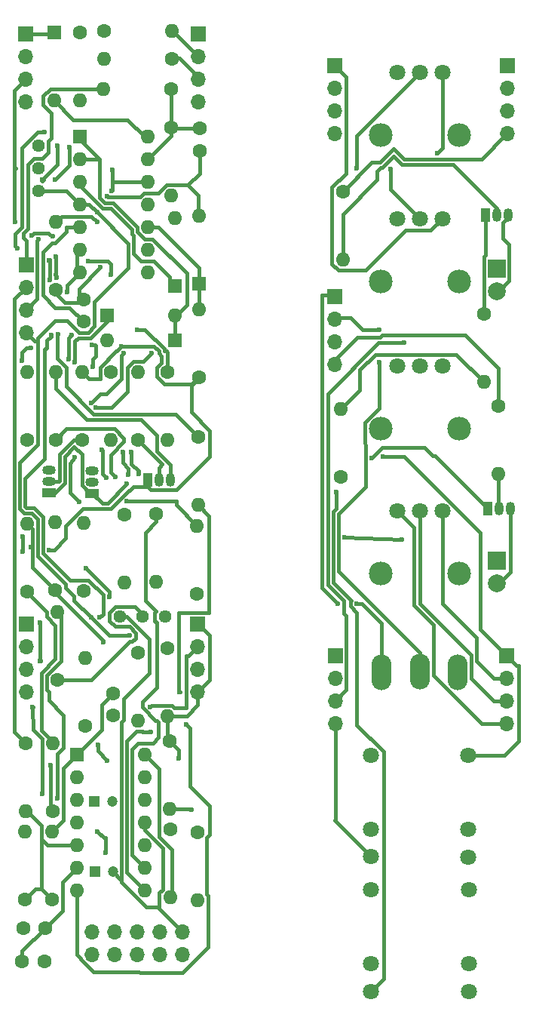
<source format=gbr>
%TF.GenerationSoftware,KiCad,Pcbnew,7.0.11-7.0.11~ubuntu22.04.1*%
%TF.CreationDate,2024-09-22T23:22:13-04:00*%
%TF.ProjectId,ad-vca,61642d76-6361-42e6-9b69-6361645f7063,rev?*%
%TF.SameCoordinates,Original*%
%TF.FileFunction,Copper,L1,Top*%
%TF.FilePolarity,Positive*%
%FSLAX46Y46*%
G04 Gerber Fmt 4.6, Leading zero omitted, Abs format (unit mm)*
G04 Created by KiCad (PCBNEW 7.0.11-7.0.11~ubuntu22.04.1) date 2024-09-22 23:22:13*
%MOMM*%
%LPD*%
G01*
G04 APERTURE LIST*
%TA.AperFunction,ComponentPad*%
%ADD10C,1.600000*%
%TD*%
%TA.AperFunction,ComponentPad*%
%ADD11C,1.200000*%
%TD*%
%TA.AperFunction,ComponentPad*%
%ADD12R,1.200000X1.200000*%
%TD*%
%TA.AperFunction,ComponentPad*%
%ADD13C,2.667000*%
%TD*%
%TA.AperFunction,ComponentPad*%
%ADD14C,1.803400*%
%TD*%
%TA.AperFunction,ComponentPad*%
%ADD15O,1.600000X1.600000*%
%TD*%
%TA.AperFunction,ComponentPad*%
%ADD16O,1.700000X1.700000*%
%TD*%
%TA.AperFunction,ComponentPad*%
%ADD17R,1.700000X1.700000*%
%TD*%
%TA.AperFunction,ComponentPad*%
%ADD18R,1.600000X1.600000*%
%TD*%
%TA.AperFunction,ComponentPad*%
%ADD19C,1.800000*%
%TD*%
%TA.AperFunction,ComponentPad*%
%ADD20O,1.050000X1.500000*%
%TD*%
%TA.AperFunction,ComponentPad*%
%ADD21R,1.050000X1.500000*%
%TD*%
%TA.AperFunction,ComponentPad*%
%ADD22R,1.500000X1.050000*%
%TD*%
%TA.AperFunction,ComponentPad*%
%ADD23O,1.500000X1.050000*%
%TD*%
%TA.AperFunction,ComponentPad*%
%ADD24O,2.250000X4.000000*%
%TD*%
%TA.AperFunction,ComponentPad*%
%ADD25C,2.000000*%
%TD*%
%TA.AperFunction,ComponentPad*%
%ADD26R,2.000000X2.000000*%
%TD*%
%TA.AperFunction,ComponentPad*%
%ADD27C,1.440000*%
%TD*%
%TA.AperFunction,ViaPad*%
%ADD28C,0.600000*%
%TD*%
%TA.AperFunction,Conductor*%
%ADD29C,0.400000*%
%TD*%
G04 APERTURE END LIST*
D10*
%TO.P,C2,1*%
%TO.N,/Circuit Panel/Attack 2*%
X102738000Y-71268000D03*
%TO.P,C2,2*%
%TO.N,GND*%
X102738000Y-68768000D03*
%TD*%
%TO.P,C1,1*%
%TO.N,Net-(U1D--)*%
X115760000Y-49560000D03*
%TO.P,C1,2*%
%TO.N,Net-(D1-A)*%
X115760000Y-52060000D03*
%TD*%
%TO.P,C5,1*%
%TO.N,+12V*%
X95950000Y-139261472D03*
%TO.P,C5,2*%
%TO.N,GND*%
X98450000Y-139261472D03*
%TD*%
%TO.P,C4,1*%
%TO.N,-12V*%
X98350000Y-143011472D03*
%TO.P,C4,2*%
%TO.N,GND*%
X95850000Y-143011472D03*
%TD*%
D11*
%TO.P,C7,2*%
%TO.N,GND*%
X105950000Y-125090000D03*
D12*
%TO.P,C7,1*%
%TO.N,+12V*%
X103950000Y-125090000D03*
%TD*%
D11*
%TO.P,C6,2*%
%TO.N,-12V*%
X106020000Y-132981472D03*
D12*
%TO.P,C6,1*%
%TO.N,GND*%
X104020000Y-132981472D03*
%TD*%
D13*
%TO.P,POT4,5*%
%TO.N,N/C*%
X136087637Y-99486557D03*
%TO.P,POT4,4*%
X144876037Y-99486557D03*
D14*
%TO.P,POT4,3,Right*%
%TO.N,/Control Panel/lfo rate 3*%
X137941837Y-92476157D03*
%TO.P,POT4,2,Center*%
%TO.N,/Control Panel/lfo rate 2*%
X140481837Y-92476157D03*
%TO.P,POT4,1,Left*%
%TO.N,/Control Panel/Lfo rate 1*%
X143021837Y-92476157D03*
%TD*%
D10*
%TO.P,R12,1*%
%TO.N,Net-(TRIM2-Center)*%
X99770000Y-111450000D03*
D15*
%TO.P,R12,2*%
%TO.N,Net-(Q2-C)*%
X99770000Y-103830000D03*
%TD*%
D16*
%TO.P,J12,4,Pin_4*%
%TO.N,/Control Panel/Release 2*%
X130958000Y-50160000D03*
%TO.P,J12,3,Pin_3*%
%TO.N,/Control Panel/Release 1*%
X130958000Y-47620000D03*
%TO.P,J12,2,Pin_2*%
%TO.N,/Control Panel/Sustain 2*%
X130958000Y-45080000D03*
D17*
%TO.P,J12,1,Pin_1*%
%TO.N,/Control Panel/Sustain 1*%
X130958000Y-42540000D03*
%TD*%
D10*
%TO.P,R25,1*%
%TO.N,/Circuit Panel/lfo led 1 -*%
X96230000Y-118540000D03*
D15*
%TO.P,R25,2*%
%TO.N,Net-(U2B-+)*%
X96230000Y-126160000D03*
%TD*%
D18*
%TO.P,D4,1,K*%
%TO.N,Net-(D3-A)*%
X112980000Y-73370000D03*
D15*
%TO.P,D4,2,A*%
%TO.N,/Circuit Panel/Release 1*%
X105360000Y-73370000D03*
%TD*%
D19*
%TO.P,J3,3*%
%TO.N,/Control Panel/GND*%
X135000000Y-135014000D03*
%TO.P,J3,2*%
%TO.N,unconnected-(J3-Pad2)*%
X135000000Y-143314000D03*
%TO.P,J3,1*%
%TO.N,/Control Panel/Audio In*%
X135000000Y-146414000D03*
%TD*%
D18*
%TO.P,D5,1,K*%
%TO.N,/Circuit Panel/Sustain 1*%
X99410000Y-38790000D03*
D15*
%TO.P,D5,2,A*%
%TO.N,Net-(D5-A)*%
X99410000Y-46410000D03*
%TD*%
D17*
%TO.P,J10,1,Pin_1*%
%TO.N,/Circuit Panel/Sustain 1*%
X96260000Y-38950000D03*
D16*
%TO.P,J10,2,Pin_2*%
%TO.N,/Circuit Panel/Sustain 2*%
X96260000Y-41490000D03*
%TO.P,J10,3,Pin_3*%
%TO.N,/Circuit Panel/Release 1*%
X96260000Y-44030000D03*
%TO.P,J10,4,Pin_4*%
%TO.N,/Circuit Panel/Attack 2*%
X96260000Y-46570000D03*
%TD*%
D10*
%TO.P,R18,1*%
%TO.N,Net-(Q1-B)*%
X112136000Y-107884000D03*
D15*
%TO.P,R18,2*%
%TO.N,GND*%
X112136000Y-115504000D03*
%TD*%
D19*
%TO.P,J5,3*%
%TO.N,/Control Panel/GND*%
X135000000Y-119894000D03*
%TO.P,J5,2*%
%TO.N,unconnected-(J5-Pad2)*%
X135000000Y-128194000D03*
%TO.P,J5,1*%
%TO.N,/Control Panel/Cv out*%
X135000000Y-131294000D03*
%TD*%
D10*
%TO.P,R13,1*%
%TO.N,GND*%
X112390000Y-118298000D03*
D15*
%TO.P,R13,2*%
%TO.N,Net-(U2D-+)*%
X112390000Y-125918000D03*
%TD*%
D10*
%TO.P,R6,1*%
%TO.N,+12V*%
X99260000Y-126180000D03*
D15*
%TO.P,R6,2*%
%TO.N,Net-(U1C--)*%
X99260000Y-118560000D03*
%TD*%
%TO.P,R26,2*%
%TO.N,Net-(Q3-B)*%
X131846000Y-64284000D03*
D10*
%TO.P,R26,1*%
%TO.N,/Control Panel/led 1 +*%
X131846000Y-56664000D03*
%TD*%
%TO.P,R17,1*%
%TO.N,/Circuit Panel/Audio in*%
X102770000Y-101460000D03*
D15*
%TO.P,R17,2*%
%TO.N,Net-(Q1-B)*%
X102770000Y-93840000D03*
%TD*%
D10*
%TO.P,R24,1*%
%TO.N,/Circuit Panel/lfo led 1 -*%
X112660000Y-41800000D03*
D15*
%TO.P,R24,2*%
%TO.N,GND*%
X105040000Y-41800000D03*
%TD*%
D10*
%TO.P,R3,1*%
%TO.N,Net-(U1B--)*%
X96388000Y-84516000D03*
D15*
%TO.P,R3,2*%
%TO.N,Net-(U2C--)*%
X96388000Y-76896000D03*
%TD*%
D10*
%TO.P,R29,1*%
%TO.N,Net-(U1D--)*%
X112580000Y-45130000D03*
D15*
%TO.P,R29,2*%
%TO.N,/Circuit Panel/lfo switch 1*%
X104960000Y-45130000D03*
%TD*%
D10*
%TO.P,R19,1*%
%TO.N,Net-(U2A--)*%
X102910000Y-116570000D03*
D15*
%TO.P,R19,2*%
%TO.N,/Circuit Panel/lfo pot 2*%
X102910000Y-108950000D03*
%TD*%
D13*
%TO.P,POT1,5*%
%TO.N,N/C*%
X136087637Y-50312157D03*
%TO.P,POT1,4*%
X144876037Y-50312157D03*
D14*
%TO.P,POT1,3,Right*%
%TO.N,unconnected-(POT1A-Right-Pad3)*%
X137941837Y-43301757D03*
%TO.P,POT1,2,Center*%
%TO.N,/Control Panel/Attack 2*%
X140481837Y-43301757D03*
%TO.P,POT1,1,Left*%
%TO.N,/Control Panel/Attack 1*%
X143021837Y-43301757D03*
%TD*%
D20*
%TO.P,Q4,3,C*%
%TO.N,Net-(D6-A)*%
X150642000Y-92224000D03*
%TO.P,Q4,2,B*%
%TO.N,Net-(Q4-B)*%
X149372000Y-92224000D03*
D21*
%TO.P,Q4,1,E*%
%TO.N,Net-(Q4-E)*%
X148102000Y-92224000D03*
%TD*%
D10*
%TO.P,R4,1*%
%TO.N,Net-(U2C--)*%
X110900000Y-92780000D03*
D15*
%TO.P,R4,2*%
%TO.N,Net-(R33-Pad2)*%
X110900000Y-100400000D03*
%TD*%
D22*
%TO.P,Q2,1,E*%
%TO.N,Net-(Q1-E)*%
X98830000Y-90410000D03*
D23*
%TO.P,Q2,2,B*%
%TO.N,Net-(Q2-B)*%
X98830000Y-89140000D03*
%TO.P,Q2,3,C*%
%TO.N,Net-(Q2-C)*%
X98830000Y-87870000D03*
%TD*%
D15*
%TO.P,R31,2*%
%TO.N,/Control Panel/GND*%
X131592000Y-81048000D03*
D10*
%TO.P,R31,1*%
%TO.N,Net-(Q4-E)*%
X131592000Y-88668000D03*
%TD*%
D17*
%TO.P,J11,1,Pin_1*%
%TO.N,GND*%
X115575000Y-105165000D03*
D16*
%TO.P,J11,2,Pin_2*%
%TO.N,/Circuit Panel/lfo pot 1*%
X115575000Y-107705000D03*
%TO.P,J11,3,Pin_3*%
%TO.N,/Circuit Panel/lfo pot 2*%
X115575000Y-110245000D03*
%TO.P,J11,4,Pin_4*%
%TO.N,GND*%
X115575000Y-112785000D03*
%TD*%
D10*
%TO.P,R14,1*%
%TO.N,Net-(Q5-C)*%
X115490000Y-101821472D03*
D15*
%TO.P,R14,2*%
%TO.N,Net-(Q1-E)*%
X115490000Y-94201472D03*
%TD*%
D16*
%TO.P,J14,4,Pin_4*%
%TO.N,/Control Panel/led 2 +*%
X130988000Y-76070000D03*
%TO.P,J14,3,Pin_3*%
%TO.N,/Control Panel/led 2 -*%
X130988000Y-73530000D03*
%TO.P,J14,2,Pin_2*%
%TO.N,/Control Panel/lfo switch 2*%
X130988000Y-70990000D03*
D17*
%TO.P,J14,1,Pin_1*%
%TO.N,/Control Panel/lfo switch 1*%
X130988000Y-68450000D03*
%TD*%
D15*
%TO.P,R27,2*%
%TO.N,/Control Panel/GND*%
X147680000Y-78010000D03*
D10*
%TO.P,R27,1*%
%TO.N,Net-(Q3-E)*%
X147680000Y-70390000D03*
%TD*%
D15*
%TO.P,R30,2*%
%TO.N,Net-(Q4-B)*%
X149360000Y-88310000D03*
D10*
%TO.P,R30,1*%
%TO.N,/Control Panel/led 2 +*%
X149360000Y-80690000D03*
%TD*%
%TO.P,R22,1*%
%TO.N,Net-(U2B-+)*%
X99182000Y-136078000D03*
D15*
%TO.P,R22,2*%
%TO.N,Net-(C3-Pad1)*%
X99182000Y-128458000D03*
%TD*%
D10*
%TO.P,R8,1*%
%TO.N,/Circuit Panel/Sustain 2*%
X112136000Y-76896000D03*
D15*
%TO.P,R8,2*%
%TO.N,Net-(D2-K)*%
X112136000Y-84516000D03*
%TD*%
D16*
%TO.P,J8,4,Pin_4*%
%TO.N,/Control Panel/Cv out*%
X130998000Y-116370000D03*
%TO.P,J8,3,Pin_3*%
%TO.N,/Control Panel/Attack 2*%
X130998000Y-113830000D03*
%TO.P,J8,2,Pin_2*%
%TO.N,/Control Panel/Attack 1*%
X130998000Y-111290000D03*
D17*
%TO.P,J8,1,Pin_1*%
%TO.N,/Control Panel/Gate In*%
X130998000Y-108750000D03*
%TD*%
D19*
%TO.P,J6,3*%
%TO.N,/Control Panel/GND*%
X145900000Y-119910000D03*
%TO.P,J6,2*%
%TO.N,unconnected-(J6-Pad2)*%
X145900000Y-128210000D03*
%TO.P,J6,1*%
%TO.N,/Control Panel/Gate In*%
X145900000Y-131310000D03*
%TD*%
D18*
%TO.P,U2,1*%
%TO.N,Net-(C3-Pad1)*%
X101976000Y-119822000D03*
D15*
%TO.P,U2,2,-*%
%TO.N,Net-(U2A--)*%
X101976000Y-122362000D03*
%TO.P,U2,3,+*%
%TO.N,Net-(U2A-+)*%
X101976000Y-124902000D03*
%TO.P,U2,4,V+*%
%TO.N,+12V*%
X101976000Y-127442000D03*
%TO.P,U2,5,+*%
%TO.N,Net-(U2B-+)*%
X101976000Y-129982000D03*
%TO.P,U2,6,-*%
%TO.N,GND*%
X101976000Y-132522000D03*
%TO.P,U2,7*%
%TO.N,Net-(R23-Pad2)*%
X101976000Y-135062000D03*
%TO.P,U2,8*%
%TO.N,Net-(R33-Pad2)*%
X109596000Y-135062000D03*
%TO.P,U2,9,-*%
%TO.N,Net-(U2C--)*%
X109596000Y-132522000D03*
%TO.P,U2,10,+*%
%TO.N,GND*%
X109596000Y-129982000D03*
%TO.P,U2,11,V-*%
%TO.N,-12V*%
X109596000Y-127442000D03*
%TO.P,U2,12,+*%
%TO.N,Net-(U2D-+)*%
X109596000Y-124902000D03*
%TO.P,U2,13,-*%
%TO.N,Net-(U2D--)*%
X109596000Y-122362000D03*
%TO.P,U2,14*%
%TO.N,/Circuit Panel/adsr led 2 -*%
X109596000Y-119822000D03*
%TD*%
D18*
%TO.P,D3,1,K*%
%TO.N,/Circuit Panel/Attack 1*%
X105340000Y-70510000D03*
D15*
%TO.P,D3,2,A*%
%TO.N,Net-(D3-A)*%
X112960000Y-70510000D03*
%TD*%
D10*
%TO.P,R21,1*%
%TO.N,GND*%
X99520000Y-101370000D03*
D15*
%TO.P,R21,2*%
%TO.N,Net-(U2A-+)*%
X99520000Y-93750000D03*
%TD*%
D17*
%TO.P,J2,1,Pin_1*%
%TO.N,/Circuit Panel/Gate In*%
X96290000Y-105170000D03*
D16*
%TO.P,J2,2,Pin_2*%
%TO.N,/Circuit Panel/Attack 1*%
X96290000Y-107710000D03*
%TO.P,J2,3,Pin_3*%
%TO.N,/Circuit Panel/Attack 2*%
X96290000Y-110250000D03*
%TO.P,J2,4,Pin_4*%
%TO.N,/Circuit Panel/CV out*%
X96290000Y-112790000D03*
%TD*%
D18*
%TO.P,U1,1*%
%TO.N,Net-(D3-A)*%
X102350000Y-50460000D03*
D15*
%TO.P,U1,2,-*%
X102350000Y-53000000D03*
%TO.P,U1,3,+*%
%TO.N,Net-(D2-K)*%
X102350000Y-55540000D03*
%TO.P,U1,4,V+*%
%TO.N,+12V*%
X102350000Y-58080000D03*
%TO.P,U1,5,+*%
%TO.N,/Circuit Panel/Attack 2*%
X102350000Y-60620000D03*
%TO.P,U1,6,-*%
%TO.N,Net-(U1B--)*%
X102350000Y-63160000D03*
%TO.P,U1,7*%
X102350000Y-65700000D03*
%TO.P,U1,8*%
%TO.N,Net-(D2-A)*%
X109970000Y-65700000D03*
%TO.P,U1,9,-*%
%TO.N,Net-(U1C--)*%
X109970000Y-63160000D03*
%TO.P,U1,10,+*%
%TO.N,Net-(D1-K)*%
X109970000Y-60620000D03*
%TO.P,U1,11,V-*%
%TO.N,-12V*%
X109970000Y-58080000D03*
%TO.P,U1,12,+*%
%TO.N,GND*%
X109970000Y-55540000D03*
%TO.P,U1,13,-*%
%TO.N,Net-(U1D--)*%
X109970000Y-53000000D03*
%TO.P,U1,14*%
%TO.N,Net-(D5-A)*%
X109970000Y-50460000D03*
%TD*%
D10*
%TO.P,R15,1*%
%TO.N,/Circuit Panel/adsr led 2 -*%
X105010000Y-38650000D03*
D15*
%TO.P,R15,2*%
%TO.N,/Circuit Panel/Audio out*%
X112630000Y-38650000D03*
%TD*%
D24*
%TO.P,SW1,3,C*%
%TO.N,unconnected-(SW1-C-Pad3)*%
X144732000Y-110602000D03*
%TO.P,SW1,2,B*%
%TO.N,/Control Panel/lfo switch 2*%
X140482000Y-110512000D03*
%TO.P,SW1,1,A*%
%TO.N,/Control Panel/lfo switch 1*%
X136232000Y-110602000D03*
%TD*%
D10*
%TO.P,R32,1*%
%TO.N,-12V*%
X99580000Y-84500000D03*
D15*
%TO.P,R32,2*%
%TO.N,Net-(Q5-C)*%
X99580000Y-76880000D03*
%TD*%
D18*
%TO.P,D2,1,K*%
%TO.N,Net-(D2-K)*%
X113030000Y-67240000D03*
D15*
%TO.P,D2,2,A*%
%TO.N,Net-(D2-A)*%
X113030000Y-59620000D03*
%TD*%
D25*
%TO.P,D7,2,A*%
%TO.N,Net-(D7-A)*%
X149118000Y-67840000D03*
D26*
%TO.P,D7,1,K*%
%TO.N,/Control Panel/led 1 -*%
X149118000Y-65300000D03*
%TD*%
D22*
%TO.P,Q1,1,E*%
%TO.N,Net-(Q1-E)*%
X103700000Y-90500000D03*
D23*
%TO.P,Q1,2,B*%
%TO.N,Net-(Q1-B)*%
X103700000Y-89230000D03*
%TO.P,Q1,3,C*%
%TO.N,Net-(Q1-C)*%
X103700000Y-87960000D03*
%TD*%
D10*
%TO.P,R5,1*%
%TO.N,/Circuit Panel/CV out*%
X102370000Y-38760000D03*
D15*
%TO.P,R5,2*%
%TO.N,Net-(U1B--)*%
X102370000Y-46380000D03*
%TD*%
D16*
%TO.P,J9,4,Pin_4*%
%TO.N,/Control Panel/led 1 +*%
X150298000Y-50180000D03*
%TO.P,J9,3,Pin_3*%
%TO.N,/Control Panel/led 1 -*%
X150298000Y-47640000D03*
%TO.P,J9,2,Pin_2*%
%TO.N,/Control Panel/Audio Out*%
X150298000Y-45100000D03*
D17*
%TO.P,J9,1,Pin_1*%
%TO.N,/Control Panel/Audio In*%
X150298000Y-42560000D03*
%TD*%
%TO.P,J13,1,Pin_1*%
%TO.N,/Control Panel/GND*%
X150273000Y-108755000D03*
D16*
%TO.P,J13,2,Pin_2*%
%TO.N,/Control Panel/Lfo rate 1*%
X150273000Y-111295000D03*
%TO.P,J13,3,Pin_3*%
%TO.N,/Control Panel/lfo rate 2*%
X150273000Y-113835000D03*
%TO.P,J13,4,Pin_4*%
%TO.N,/Control Panel/lfo rate 3*%
X150273000Y-116375000D03*
%TD*%
D10*
%TO.P,R35,1*%
%TO.N,Net-(Q2-B)*%
X102620000Y-84520000D03*
D15*
%TO.P,R35,2*%
%TO.N,GND*%
X102620000Y-76900000D03*
%TD*%
D10*
%TO.P,R16,1*%
%TO.N,Net-(U2D--)*%
X112480000Y-128190000D03*
D15*
%TO.P,R16,2*%
%TO.N,/Circuit Panel/adsr led 2 -*%
X112480000Y-135810000D03*
%TD*%
D10*
%TO.P,R2,1*%
%TO.N,GND*%
X115670000Y-77480000D03*
D15*
%TO.P,R2,2*%
%TO.N,Net-(D1-K)*%
X115670000Y-69860000D03*
%TD*%
D10*
%TO.P,R9,1*%
%TO.N,Net-(TRIM2-Center)*%
X107290000Y-92860000D03*
D15*
%TO.P,R9,2*%
%TO.N,Net-(Q1-C)*%
X107290000Y-100480000D03*
%TD*%
D19*
%TO.P,J4,3*%
%TO.N,/Control Panel/GND*%
X146000000Y-135014000D03*
%TO.P,J4,2*%
%TO.N,unconnected-(J4-Pad2)*%
X146000000Y-143314000D03*
%TO.P,J4,1*%
%TO.N,/Control Panel/Audio Out*%
X146000000Y-146414000D03*
%TD*%
D20*
%TO.P,Q3,3,C*%
%TO.N,Net-(D7-A)*%
X150388000Y-59310000D03*
%TO.P,Q3,2,B*%
%TO.N,Net-(Q3-B)*%
X149118000Y-59310000D03*
D21*
%TO.P,Q3,1,E*%
%TO.N,Net-(Q3-E)*%
X147848000Y-59310000D03*
%TD*%
D17*
%TO.P,J15,1,Pin_1*%
%TO.N,/Circuit Panel/lfo switch 1*%
X96290000Y-64860000D03*
D16*
%TO.P,J15,2,Pin_2*%
%TO.N,/Circuit Panel/lfo led 1 -*%
X96290000Y-67400000D03*
%TO.P,J15,3,Pin_3*%
%TO.N,/Circuit Panel/adsr led 2 -*%
X96290000Y-69940000D03*
%TO.P,J15,4,Pin_4*%
%TO.N,+12V*%
X96290000Y-72480000D03*
%TD*%
D10*
%TO.P,R23,1*%
%TO.N,/Circuit Panel/lfo led 1 -*%
X115650000Y-84220000D03*
D15*
%TO.P,R23,2*%
%TO.N,Net-(R23-Pad2)*%
X115650000Y-91840000D03*
%TD*%
D10*
%TO.P,R11,1*%
%TO.N,Net-(Q1-C)*%
X108834000Y-108392000D03*
D15*
%TO.P,R11,2*%
%TO.N,Net-(U2D--)*%
X108834000Y-116012000D03*
%TD*%
D10*
%TO.P,R1,1*%
%TO.N,GND*%
X99640000Y-67710000D03*
D15*
%TO.P,R1,2*%
%TO.N,Net-(D1-A)*%
X99640000Y-60090000D03*
%TD*%
D10*
%TO.P,R7,1*%
%TO.N,Net-(U1C--)*%
X96388000Y-101534000D03*
D15*
%TO.P,R7,2*%
%TO.N,GND*%
X96388000Y-93914000D03*
%TD*%
D13*
%TO.P,POT2,5*%
%TO.N,N/C*%
X136087637Y-66720557D03*
%TO.P,POT2,4*%
X144876037Y-66720557D03*
D14*
%TO.P,POT2,3,Right*%
%TO.N,unconnected-(POT2A-Right-Pad3)*%
X137941837Y-59710157D03*
%TO.P,POT2,2,Center*%
%TO.N,/Control Panel/Sustain 2*%
X140481837Y-59710157D03*
%TO.P,POT2,1,Left*%
%TO.N,/Control Panel/Sustain 1*%
X143021837Y-59710157D03*
%TD*%
D15*
%TO.P,R20,2*%
%TO.N,/Circuit Panel/lfo pot 1*%
X96134000Y-128458000D03*
D10*
%TO.P,R20,1*%
%TO.N,Net-(U2B-+)*%
X96134000Y-136078000D03*
%TD*%
D13*
%TO.P,POT3,5*%
%TO.N,N/C*%
X136087637Y-83230557D03*
%TO.P,POT3,4*%
X144876037Y-83230557D03*
D14*
%TO.P,POT3,3,Right*%
%TO.N,unconnected-(POT3A-Right-Pad3)*%
X137941837Y-76220157D03*
%TO.P,POT3,2,Center*%
%TO.N,/Control Panel/Release 2*%
X140481837Y-76220157D03*
%TO.P,POT3,1,Left*%
%TO.N,/Control Panel/Release 1*%
X143021837Y-76220157D03*
%TD*%
D10*
%TO.P,C3,1*%
%TO.N,Net-(C3-Pad1)*%
X106040000Y-112964000D03*
%TO.P,C3,2*%
%TO.N,Net-(U2A--)*%
X106040000Y-115464000D03*
%TD*%
D18*
%TO.P,D1,1,K*%
%TO.N,Net-(D1-K)*%
X115670000Y-67030000D03*
D15*
%TO.P,D1,2,A*%
%TO.N,Net-(D1-A)*%
X115670000Y-59410000D03*
%TD*%
D10*
%TO.P,R34,1*%
%TO.N,Net-(Q5-B)*%
X108834000Y-84516000D03*
D15*
%TO.P,R34,2*%
%TO.N,Net-(TRIM1-Center)*%
X108834000Y-76896000D03*
%TD*%
D21*
%TO.P,Q5,1,E*%
%TO.N,GND*%
X109940000Y-88980000D03*
D20*
%TO.P,Q5,2,B*%
%TO.N,Net-(Q5-B)*%
X111210000Y-88980000D03*
%TO.P,Q5,3,C*%
%TO.N,Net-(Q5-C)*%
X112480000Y-88980000D03*
%TD*%
D10*
%TO.P,R28,1*%
%TO.N,Net-(U1D--)*%
X112600000Y-49480000D03*
D15*
%TO.P,R28,2*%
%TO.N,/Circuit Panel/Gate In*%
X112600000Y-57100000D03*
%TD*%
D10*
%TO.P,R33,1*%
%TO.N,Net-(Q5-B)*%
X105786000Y-76896000D03*
D15*
%TO.P,R33,2*%
%TO.N,Net-(R33-Pad2)*%
X105786000Y-84516000D03*
%TD*%
D25*
%TO.P,D6,2,A*%
%TO.N,Net-(D6-A)*%
X149118000Y-100606000D03*
D26*
%TO.P,D6,1,K*%
%TO.N,/Control Panel/led 2 -*%
X149118000Y-98066000D03*
%TD*%
D10*
%TO.P,R10,1*%
%TO.N,Net-(Q2-C)*%
X115530000Y-128510000D03*
D15*
%TO.P,R10,2*%
%TO.N,Net-(U2D-+)*%
X115530000Y-136130000D03*
%TD*%
D17*
%TO.P,J7,1,Pin_1*%
%TO.N,/Circuit Panel/Audio in*%
X115600000Y-38970000D03*
D16*
%TO.P,J7,2,Pin_2*%
%TO.N,/Circuit Panel/Audio out*%
X115600000Y-41510000D03*
%TO.P,J7,3,Pin_3*%
%TO.N,/Circuit Panel/lfo led 1 -*%
X115600000Y-44050000D03*
%TO.P,J7,4,Pin_4*%
%TO.N,+12V*%
X115600000Y-46590000D03*
%TD*%
%TO.P,J1,1,+12V*%
%TO.N,+12V*%
X103660000Y-139701472D03*
%TO.P,J1,2,+12V*%
X103660000Y-142241472D03*
%TO.P,J1,3,GND*%
%TO.N,GND*%
X106200000Y-139701472D03*
%TO.P,J1,4,GND*%
X106200000Y-142241472D03*
%TO.P,J1,5,GND*%
X108740000Y-139701472D03*
%TO.P,J1,6,GND*%
X108740000Y-142241472D03*
%TO.P,J1,7,GND*%
X111280000Y-139701472D03*
%TO.P,J1,8,GND*%
X111280000Y-142241472D03*
%TO.P,J1,9,-12V*%
%TO.N,-12V*%
X113820000Y-139701472D03*
%TO.P,J1,10,-12V*%
X113820000Y-142241472D03*
%TD*%
D27*
%TO.P,TRIM2,1,Left*%
%TO.N,+12V*%
X111870000Y-104340000D03*
%TO.P,TRIM2,2,Center*%
%TO.N,Net-(TRIM2-Center)*%
X109330000Y-104340000D03*
%TO.P,TRIM2,3,Right*%
%TO.N,-12V*%
X106790000Y-104340000D03*
%TD*%
%TO.P,TRIM1,1,Left*%
%TO.N,+12V*%
X97658000Y-56576000D03*
%TO.P,TRIM1,2,Center*%
%TO.N,Net-(TRIM1-Center)*%
X97658000Y-54036000D03*
%TO.P,TRIM1,3,Right*%
%TO.N,GND*%
X97658000Y-51496000D03*
%TD*%
D28*
%TO.N,Net-(D1-A)*%
X105400000Y-57210000D03*
X104250000Y-60070000D03*
%TO.N,/Circuit Panel/Attack 1*%
X101754040Y-75830765D03*
X101700000Y-86490000D03*
X102230000Y-91470000D03*
%TO.N,/Circuit Panel/Release 1*%
X95080000Y-60070000D03*
X99734092Y-66330000D03*
X99630207Y-63975743D03*
%TO.N,Net-(Q1-E)*%
X107605517Y-89454759D03*
X107620000Y-91418858D03*
%TO.N,Net-(Q1-B)*%
X103040000Y-98950000D03*
X105620000Y-102150523D03*
%TO.N,GND*%
X104640000Y-65160000D03*
X105920000Y-56590000D03*
X105960000Y-54180000D03*
X96800000Y-96540000D03*
X107020000Y-73990000D03*
X113420000Y-120230000D03*
X104970000Y-107170000D03*
X98890000Y-96840000D03*
%TO.N,Net-(Q2-C)*%
X99770000Y-124740000D03*
X105170000Y-130840000D03*
X104300000Y-128441472D03*
%TO.N,/Control Panel/led 2 -*%
X138450000Y-95680000D03*
X132046000Y-95450000D03*
%TO.N,Net-(U1B--)*%
X99550025Y-55329975D03*
X101150000Y-51710000D03*
X101040000Y-75470000D03*
X100925025Y-67924975D03*
X101420000Y-72790000D03*
%TO.N,/Circuit Panel/CV out*%
X95810000Y-75650000D03*
X95882874Y-97080000D03*
X98370000Y-49960000D03*
X98860000Y-64330000D03*
X98960000Y-66530000D03*
X95262000Y-63012000D03*
X95930000Y-95330000D03*
X96854737Y-74225312D03*
%TO.N,Net-(U1C--)*%
X110391176Y-74759655D03*
X104129975Y-80910025D03*
%TO.N,+12V*%
X98990000Y-121050000D03*
X104250000Y-58968137D03*
X103570851Y-104420850D03*
X107891950Y-106460000D03*
%TO.N,/Circuit Panel/Sustain 2*%
X103220000Y-64420000D03*
X99270000Y-61680000D03*
X108790000Y-72120000D03*
X105830000Y-66011182D03*
X96910000Y-61550000D03*
%TO.N,Net-(U2D-+)*%
X114890000Y-126047395D03*
%TO.N,Net-(U2C--)*%
X108914998Y-88320000D03*
X108124975Y-85865025D03*
%TO.N,/Circuit Panel/lfo pot 1*%
X110230000Y-114450000D03*
%TO.N,Net-(U2A-+)*%
X97800000Y-105020000D03*
X96960000Y-114510000D03*
X98130000Y-124190000D03*
X97850000Y-109350000D03*
%TO.N,Net-(R23-Pad2)*%
X114300000Y-116460000D03*
X113500000Y-112830000D03*
%TO.N,/Circuit Panel/Attack 2*%
X103690000Y-73880000D03*
X104790000Y-85640000D03*
X103773438Y-76300345D03*
X105300000Y-88790000D03*
%TO.N,-12V*%
X103564288Y-80344338D03*
X106307368Y-88659265D03*
X107251711Y-74755711D03*
%TO.N,Net-(R33-Pad2)*%
X110285743Y-117247265D03*
X107130000Y-85860000D03*
X107780000Y-88454579D03*
%TO.N,/Control Panel/Audio In*%
X131092000Y-90330000D03*
%TO.N,/Control Panel/Attack 1*%
X142500000Y-52310000D03*
%TO.N,/Control Panel/Attack 2*%
X138740000Y-73580000D03*
X133360000Y-54060000D03*
%TO.N,/Control Panel/Sustain 2*%
X137180000Y-54160000D03*
%TO.N,/Circuit Panel/lfo led 1 -*%
X99904904Y-72669824D03*
%TO.N,Net-(Q4-E)*%
X135086359Y-86533412D03*
%TO.N,/Circuit Panel/adsr led 2 -*%
X104320000Y-118720000D03*
X105399143Y-120469286D03*
X97654480Y-62017858D03*
X99110000Y-72760000D03*
X98110000Y-55320000D03*
X99810000Y-51510000D03*
X104560801Y-104420850D03*
%TO.N,/Control Panel/GND*%
X136380000Y-86350000D03*
%TO.N,/Control Panel/lfo switch 1*%
X131300000Y-102880000D03*
X133410000Y-102880000D03*
%TO.N,/Control Panel/lfo switch 2*%
X135920000Y-72130000D03*
X135940137Y-75801642D03*
%TD*%
D29*
%TO.N,/Control Panel/GND*%
X136380000Y-86350000D02*
X138736562Y-86350000D01*
X138736562Y-86350000D02*
X147280000Y-94893438D01*
X147280000Y-94893438D02*
X147280000Y-105762000D01*
X147280000Y-105762000D02*
X151326116Y-109808116D01*
%TO.N,GND*%
X107895467Y-90154759D02*
X108305517Y-89744709D01*
X98890000Y-96840000D02*
X99410000Y-96840000D01*
X105780000Y-92240000D02*
X107865241Y-90154759D01*
X107865241Y-90154759D02*
X107895467Y-90154759D01*
X102672943Y-92240000D02*
X105780000Y-92240000D01*
X108305517Y-89744709D02*
X109940000Y-89744709D01*
X100720000Y-94192943D02*
X102672943Y-92240000D01*
X100720000Y-95530000D02*
X100720000Y-94192943D01*
X99410000Y-96840000D02*
X100720000Y-95530000D01*
X109940000Y-89744709D02*
X109940000Y-88980000D01*
%TO.N,Net-(D3-A)*%
X102350000Y-53000000D02*
X104496000Y-53000000D01*
X104496000Y-53000000D02*
X104516000Y-53020000D01*
%TO.N,Net-(D1-A)*%
X114450000Y-55900000D02*
X115760000Y-54590000D01*
X115760000Y-54590000D02*
X115760000Y-52060000D01*
X105400000Y-57210000D02*
X105480000Y-57290000D01*
X105480000Y-57290000D02*
X109062943Y-57290000D01*
X109062943Y-57290000D02*
X109482943Y-56870000D01*
X109482943Y-56870000D02*
X111132943Y-56870000D01*
X111132943Y-56870000D02*
X112102943Y-55900000D01*
X112102943Y-55900000D02*
X114450000Y-55900000D01*
X114450000Y-55900000D02*
X115620000Y-57070000D01*
%TO.N,/Circuit Panel/lfo pot 1*%
X110230000Y-114450000D02*
X110376000Y-114304000D01*
X110376000Y-114304000D02*
X112633057Y-114304000D01*
X112633057Y-114304000D02*
X112909057Y-114580000D01*
X114290000Y-114580000D02*
X114290000Y-108750000D01*
X112909057Y-114580000D02*
X114290000Y-114580000D01*
X114290000Y-108750000D02*
X114530000Y-108750000D01*
X114530000Y-108750000D02*
X115575000Y-107705000D01*
%TO.N,GND*%
X112136000Y-115504000D02*
X114310000Y-115504000D01*
X115575000Y-114239000D02*
X115575000Y-112785000D01*
X114310000Y-115504000D02*
X115575000Y-114239000D01*
X115575000Y-112785000D02*
X116900000Y-111460000D01*
X116900000Y-111460000D02*
X116900000Y-106490000D01*
X116900000Y-106490000D02*
X115575000Y-105165000D01*
%TO.N,/Control Panel/Lfo rate 1*%
X143021837Y-92476157D02*
X143021837Y-102891837D01*
X143021837Y-102891837D02*
X146857000Y-106727000D01*
X146857000Y-106727000D02*
X146857000Y-109323000D01*
X146857000Y-109323000D02*
X148829000Y-111295000D01*
X148829000Y-111295000D02*
X150273000Y-111295000D01*
%TO.N,/Control Panel/GND*%
X151598000Y-109808116D02*
X151598000Y-118271767D01*
X151598000Y-118271767D02*
X149959767Y-119910000D01*
X149959767Y-119910000D02*
X145900000Y-119910000D01*
%TO.N,/Control Panel/lfo rate 2*%
X140481837Y-92476157D02*
X140481837Y-102891837D01*
X146257000Y-111263000D02*
X148829000Y-113835000D01*
X140481837Y-102891837D02*
X146257000Y-108667000D01*
X146257000Y-108667000D02*
X146257000Y-111263000D01*
X148829000Y-113835000D02*
X150273000Y-113835000D01*
%TO.N,/Control Panel/lfo rate 3*%
X137941837Y-92476157D02*
X139830000Y-94364320D01*
X139830000Y-94364320D02*
X139830000Y-103088528D01*
X142007000Y-105265528D02*
X142007000Y-110908676D01*
X139830000Y-103088528D02*
X142007000Y-105265528D01*
X150273000Y-116375000D02*
X150278000Y-116380000D01*
X142007000Y-110908676D02*
X147473324Y-116375000D01*
X147473324Y-116375000D02*
X150273000Y-116375000D01*
%TO.N,Net-(Q1-E)*%
X115490000Y-94201472D02*
X113128858Y-91840330D01*
X113128858Y-91840330D02*
X113128858Y-91408858D01*
%TO.N,Net-(R23-Pad2)*%
X113382736Y-103877264D02*
X116804208Y-103877264D01*
X116804208Y-103877264D02*
X116840000Y-103841472D01*
X116840000Y-103841472D02*
X116840000Y-100111472D01*
%TO.N,GND*%
X95850000Y-143011472D02*
X95850000Y-141861472D01*
X95850000Y-141861472D02*
X98450000Y-139261472D01*
X98450000Y-139261472D02*
X100382000Y-137329472D01*
X100382000Y-137329472D02*
X100382000Y-134116000D01*
X100382000Y-134116000D02*
X101976000Y-132522000D01*
%TO.N,-12V*%
X107000000Y-116201057D02*
X107000000Y-133881472D01*
X107000000Y-133881472D02*
X107000000Y-134163057D01*
X106920000Y-133881472D02*
X107000000Y-133881472D01*
X106020000Y-132981472D02*
X106920000Y-133881472D01*
%TO.N,Net-(Q2-C)*%
X105170000Y-129311472D02*
X104300000Y-128441472D01*
X105170000Y-130840000D02*
X105170000Y-129311472D01*
X104300000Y-128441472D02*
X105038528Y-129180000D01*
X105038528Y-129180000D02*
X105170000Y-129180000D01*
%TO.N,Net-(R23-Pad2)*%
X108960000Y-144180000D02*
X103830761Y-144180000D01*
X109080000Y-144300000D02*
X108960000Y-144180000D01*
X113830000Y-144300000D02*
X109080000Y-144300000D01*
X116730000Y-135632943D02*
X116730000Y-141400000D01*
X116730000Y-141400000D02*
X113830000Y-144300000D01*
X116590000Y-129147057D02*
X116590000Y-135492943D01*
X103830761Y-144180000D02*
X102410000Y-142759239D01*
X116900000Y-128837057D02*
X116590000Y-129147057D01*
X116900000Y-125559999D02*
X116900000Y-128837057D01*
X116590000Y-135492943D02*
X116730000Y-135632943D01*
X114690000Y-123350000D02*
X116900000Y-125559999D01*
X114690000Y-116850000D02*
X114690000Y-123350000D01*
X114300000Y-116460000D02*
X114690000Y-116850000D01*
X102410000Y-142759239D02*
X102410000Y-142671472D01*
X102410000Y-142671472D02*
X101976000Y-142237472D01*
X101976000Y-142237472D02*
X101976000Y-135062000D01*
%TO.N,-12V*%
X111240000Y-136950000D02*
X111240000Y-136631472D01*
X111240000Y-136631472D02*
X111240000Y-135352943D01*
X113820000Y-139701472D02*
X111240000Y-137121472D01*
X111240000Y-137121472D02*
X111240000Y-136631472D01*
%TO.N,Net-(D1-K)*%
X115670000Y-67030000D02*
X115670000Y-69790000D01*
X115670000Y-65188630D02*
X115670000Y-67030000D01*
X111101370Y-60620000D02*
X115670000Y-65188630D01*
X109970000Y-60620000D02*
X111101370Y-60620000D01*
X115670000Y-69790000D02*
X115760000Y-69880000D01*
%TO.N,Net-(D1-A)*%
X100300000Y-59420000D02*
X99450000Y-60270000D01*
X115620000Y-59360000D02*
X115670000Y-59410000D01*
X104250000Y-60070000D02*
X103600000Y-59420000D01*
X105400000Y-57210000D02*
X105390000Y-57210000D01*
X115620000Y-57070000D02*
X115620000Y-59360000D01*
X105390000Y-57210000D02*
X105440000Y-57260000D01*
X103600000Y-59420000D02*
X100300000Y-59420000D01*
%TO.N,Net-(D2-K)*%
X101976000Y-55624478D02*
X104861522Y-58510000D01*
X108360000Y-61555585D02*
X108360000Y-63641057D01*
X104861522Y-58510000D02*
X105779472Y-58510000D01*
X110590000Y-64450000D02*
X112390000Y-66250000D01*
X108170000Y-60900528D02*
X108170000Y-61365585D01*
X105779472Y-58510000D02*
X108170000Y-60900528D01*
X108360000Y-63641057D02*
X109168943Y-64450000D01*
X108170000Y-61365585D02*
X108360000Y-61555585D01*
X109168943Y-64450000D02*
X110590000Y-64450000D01*
X112390000Y-66250000D02*
X112390000Y-67244000D01*
X101976000Y-55560000D02*
X101976000Y-55624478D01*
%TO.N,/Circuit Panel/Attack 1*%
X101754040Y-73445910D02*
X102120000Y-73079950D01*
X101754040Y-75830765D02*
X101754040Y-73445910D01*
X102120000Y-73068000D02*
X103483585Y-73068000D01*
X101230000Y-90470000D02*
X101230000Y-87140000D01*
X103483585Y-73068000D02*
X105340000Y-71211585D01*
X102120000Y-73079950D02*
X102120000Y-73068000D01*
X105340000Y-71211585D02*
X105340000Y-70510000D01*
X102230000Y-91470000D02*
X101230000Y-90470000D01*
X101230000Y-87140000D02*
X101700000Y-86490000D01*
%TO.N,Net-(D3-A)*%
X108770000Y-60652000D02*
X106028000Y-57910000D01*
X104516000Y-57315950D02*
X104516000Y-53020000D01*
X112960000Y-70510000D02*
X112960000Y-73350000D01*
X110467057Y-61960000D02*
X109612943Y-61960000D01*
X112980000Y-70718000D02*
X114310000Y-69388000D01*
X105110050Y-57910000D02*
X104516000Y-57315950D01*
X114310000Y-65802943D02*
X110467057Y-61960000D01*
X112960000Y-73350000D02*
X112980000Y-73370000D01*
X104516000Y-53020000D02*
X101976000Y-50480000D01*
X109612943Y-61960000D02*
X108770000Y-61117057D01*
X114310000Y-69388000D02*
X114310000Y-65802943D01*
X106028000Y-57910000D02*
X105110050Y-57910000D01*
X108770000Y-61117057D02*
X108770000Y-60652000D01*
%TO.N,/Circuit Panel/Release 1*%
X95080000Y-60070000D02*
X94980000Y-59970000D01*
X99560000Y-66000000D02*
X99560000Y-65900000D01*
X96260000Y-44030000D02*
X94980000Y-45310000D01*
X94980000Y-53940000D02*
X95100000Y-54060000D01*
X94980000Y-51310000D02*
X94980000Y-53940000D01*
X99630207Y-65829793D02*
X99630207Y-63975743D01*
X99734092Y-66174092D02*
X99560000Y-66000000D01*
X99560000Y-65900000D02*
X99630207Y-65829793D01*
X94980000Y-45310000D02*
X94980000Y-51310000D01*
X95080000Y-59980000D02*
X94980000Y-59880000D01*
X99734092Y-66330000D02*
X99734092Y-66174092D01*
X94980000Y-59970000D02*
X94980000Y-53940000D01*
X95080000Y-60070000D02*
X95080000Y-59980000D01*
%TO.N,/Circuit Panel/Sustain 1*%
X99250000Y-38950000D02*
X99410000Y-38790000D01*
X96260000Y-38950000D02*
X99250000Y-38950000D01*
%TO.N,Net-(D5-A)*%
X107696000Y-48580000D02*
X101580000Y-48580000D01*
X109596000Y-50480000D02*
X107696000Y-48580000D01*
X101580000Y-48580000D02*
X99410000Y-46410000D01*
%TO.N,Net-(Q1-E)*%
X104840000Y-91640000D02*
X103700000Y-90500000D01*
X101689264Y-85299264D02*
X100630000Y-86358528D01*
X105420276Y-91640000D02*
X104840000Y-91640000D01*
X100630000Y-86358528D02*
X100630000Y-89338528D01*
X100630000Y-89338528D02*
X99558528Y-90410000D01*
X102550000Y-89613148D02*
X102550000Y-86160000D01*
X103436852Y-90500000D02*
X102550000Y-89613148D01*
X103700000Y-90500000D02*
X103436852Y-90500000D01*
X99558528Y-90410000D02*
X98830000Y-90410000D01*
X107630000Y-91408858D02*
X113128858Y-91408858D01*
X102550000Y-86160000D02*
X101689264Y-85299264D01*
X107605517Y-89454759D02*
X105420276Y-91640000D01*
%TO.N,Net-(Q1-B)*%
X105620000Y-102150523D02*
X105620000Y-101530000D01*
X105620000Y-101530000D02*
X103040000Y-98950000D01*
%TO.N,GND*%
X104586000Y-76398943D02*
X104586000Y-77620000D01*
X113420000Y-119328000D02*
X112390000Y-118298000D01*
X105960000Y-55420000D02*
X105960000Y-56530000D01*
X100670000Y-69110000D02*
X99450000Y-67890000D01*
X111180000Y-74818528D02*
X111490000Y-75128528D01*
X109940000Y-89770000D02*
X109940000Y-88980000D01*
X116900000Y-83472942D02*
X116900000Y-83632943D01*
X113193148Y-90130000D02*
X110300000Y-90130000D01*
X116900000Y-86423148D02*
X113193148Y-90130000D01*
X102230000Y-68260000D02*
X102738000Y-68768000D01*
X99690000Y-101534000D02*
X96988000Y-98832000D01*
X114830000Y-78430000D02*
X114830000Y-81402942D01*
X104586000Y-77620000D02*
X103340000Y-77620000D01*
X110936000Y-76398943D02*
X110936000Y-77393057D01*
X102230000Y-67570000D02*
X102230000Y-68260000D01*
X110300000Y-90130000D02*
X109940000Y-89770000D01*
X109970000Y-55540000D02*
X106080000Y-55540000D01*
X96988000Y-98832000D02*
X96988000Y-94514000D01*
X105960000Y-54180000D02*
X105960000Y-55420000D01*
X106414943Y-74570000D02*
X104586000Y-76398943D01*
X105960000Y-56530000D02*
X105920000Y-56570000D01*
X116900000Y-83472942D02*
X116900000Y-86423148D01*
X114870001Y-78279999D02*
X115670000Y-77480000D01*
X107020000Y-73990000D02*
X106440000Y-74570000D01*
X104970000Y-107170000D02*
X104970000Y-107060000D01*
X96988000Y-94514000D02*
X96388000Y-93914000D01*
X104640000Y-65160000D02*
X102230000Y-67570000D01*
X115760000Y-77500000D02*
X114830000Y-78430000D01*
X105920000Y-56570000D02*
X105920000Y-56590000D01*
X111822942Y-78279999D02*
X114870001Y-78279999D01*
X102396000Y-69110000D02*
X100670000Y-69110000D01*
X106440000Y-74570000D02*
X106414943Y-74570000D01*
X110936000Y-77393057D02*
X111822942Y-78279999D01*
X112136000Y-115504000D02*
X112136000Y-118044000D01*
X111180000Y-74558528D02*
X111180000Y-74818528D01*
X106080000Y-55540000D02*
X105960000Y-55420000D01*
X105900000Y-56590000D02*
X105920000Y-56570000D01*
X111490000Y-75844943D02*
X110936000Y-76398943D01*
X105920000Y-56590000D02*
X105900000Y-56590000D01*
X102738000Y-68768000D02*
X102396000Y-69110000D01*
X104970000Y-107060000D02*
X99500000Y-101590000D01*
X110611472Y-73990000D02*
X111180000Y-74558528D01*
X113420000Y-120230000D02*
X113420000Y-119328000D01*
X111490000Y-75128528D02*
X111490000Y-75844943D01*
X107020000Y-73990000D02*
X110611472Y-73990000D01*
X112136000Y-118044000D02*
X112390000Y-118298000D01*
X114830000Y-81402942D02*
X116900000Y-83472942D01*
X103340000Y-77620000D02*
X102620000Y-76900000D01*
%TO.N,Net-(Q2-C)*%
X98570000Y-110940000D02*
X100210000Y-109300000D01*
X98836000Y-113756000D02*
X98836000Y-112810000D01*
X100210000Y-109300000D02*
X100210000Y-104270000D01*
X99770000Y-124740000D02*
X99770000Y-119747057D01*
X98570000Y-112544000D02*
X98570000Y-110940000D01*
X100210000Y-104270000D02*
X99770000Y-103830000D01*
X100480000Y-119037057D02*
X100480000Y-115400000D01*
X99770000Y-119747057D02*
X100480000Y-119037057D01*
X98836000Y-112810000D02*
X98570000Y-112544000D01*
X100480000Y-115400000D02*
X98836000Y-113756000D01*
%TO.N,Net-(Q3-E)*%
X147680000Y-70390000D02*
X147680000Y-63938000D01*
X147848000Y-63770000D02*
X147848000Y-59310000D01*
X147680000Y-63938000D02*
X147848000Y-63770000D01*
%TO.N,Net-(Q3-B)*%
X135670000Y-55340000D02*
X131846000Y-59164000D01*
X135670000Y-54410000D02*
X135670000Y-55340000D01*
X138501472Y-53610000D02*
X137580000Y-52688528D01*
X131846000Y-59164000D02*
X131846000Y-64284000D01*
X149118000Y-59310000D02*
X149118000Y-58505000D01*
X136090000Y-53990000D02*
X135670000Y-54410000D01*
X144223000Y-53610000D02*
X138501472Y-53610000D01*
X136278528Y-53990000D02*
X136090000Y-53990000D01*
X137580000Y-52688528D02*
X136278528Y-53990000D01*
X149118000Y-58505000D02*
X144223000Y-53610000D01*
%TO.N,/Control Panel/led 2 -*%
X132046000Y-95450000D02*
X138450000Y-95680000D01*
%TO.N,Net-(D6-A)*%
X149378000Y-100606000D02*
X150642000Y-99342000D01*
X150642000Y-99342000D02*
X150642000Y-92224000D01*
X149118000Y-100606000D02*
X149378000Y-100606000D01*
%TO.N,Net-(D7-A)*%
X150530000Y-66688000D02*
X150530000Y-62621950D01*
X149840574Y-61932524D02*
X149840574Y-60120574D01*
X149118000Y-67840000D02*
X149378000Y-67840000D01*
X149378000Y-67840000D02*
X150530000Y-66688000D01*
X149840574Y-60120574D02*
X150388000Y-59573148D01*
X150388000Y-59573148D02*
X150388000Y-59310000D01*
X150530000Y-62621950D02*
X149840574Y-61932524D01*
%TO.N,Net-(U1B--)*%
X101420000Y-72790000D02*
X101420000Y-72720000D01*
X101420000Y-72720000D02*
X101300000Y-72840000D01*
X100925025Y-67124975D02*
X102350000Y-65700000D01*
X101150000Y-51710000D02*
X101150000Y-53730000D01*
X101040000Y-75470000D02*
X101040000Y-73100000D01*
X100925025Y-67924975D02*
X100925025Y-67124975D01*
X101976000Y-63180000D02*
X101976000Y-65720000D01*
X101040000Y-73100000D02*
X101350000Y-72790000D01*
X99550025Y-55329975D02*
X99660000Y-55220000D01*
X101350000Y-72790000D02*
X101420000Y-72790000D01*
X101150000Y-53730000D02*
X99550025Y-55329975D01*
%TO.N,Net-(Q5-B)*%
X111570000Y-87252000D02*
X111210000Y-87612000D01*
X111570000Y-87252000D02*
X108834000Y-84516000D01*
X111210000Y-87612000D02*
X111210000Y-88980000D01*
%TO.N,/Circuit Panel/CV out*%
X95910000Y-95310000D02*
X95910000Y-95300000D01*
X95262000Y-63012000D02*
X95020000Y-62770000D01*
X98930000Y-64330000D02*
X98860000Y-64330000D01*
X96324688Y-74225312D02*
X95810000Y-74740000D01*
X95780000Y-51790080D02*
X97610080Y-49960000D01*
X95020000Y-62770000D02*
X95020000Y-61431522D01*
X98860000Y-64260000D02*
X98900000Y-64300000D01*
X96854737Y-74225312D02*
X96324688Y-74225312D01*
X95930000Y-95330000D02*
X95910000Y-95310000D01*
X98960000Y-66530000D02*
X98960000Y-64360000D01*
X95780000Y-60671522D02*
X95780000Y-51790080D01*
X95810000Y-74740000D02*
X95810000Y-75650000D01*
X95020000Y-61431522D02*
X95780000Y-60671522D01*
X98860000Y-64330000D02*
X98860000Y-64260000D01*
X95882874Y-97080000D02*
X95910000Y-97052874D01*
X98960000Y-64360000D02*
X98930000Y-64330000D01*
X97610080Y-49960000D02*
X98370000Y-49960000D01*
X95910000Y-95350000D02*
X95930000Y-95330000D01*
X95910000Y-97052874D02*
X95910000Y-95350000D01*
%TO.N,Net-(U1C--)*%
X99182000Y-118298000D02*
X97970000Y-117086000D01*
X107634000Y-76398943D02*
X108336943Y-75696000D01*
X97970000Y-110691472D02*
X99570000Y-109091472D01*
X97970000Y-117086000D02*
X97970000Y-110691472D01*
X105859975Y-80910025D02*
X107634000Y-79136000D01*
X96388000Y-101648000D02*
X96388000Y-101534000D01*
X99570000Y-105327057D02*
X98570000Y-104327057D01*
X98570000Y-103830000D02*
X96388000Y-101648000D01*
X99570000Y-109091472D02*
X99570000Y-105327057D01*
X98570000Y-104327057D02*
X98570000Y-103830000D01*
X109454831Y-75696000D02*
X110391176Y-74759655D01*
X108336943Y-75696000D02*
X109454831Y-75696000D01*
X107634000Y-79136000D02*
X107634000Y-76398943D01*
X104129975Y-80910025D02*
X105859975Y-80910025D01*
%TO.N,+12V*%
X99040000Y-125960000D02*
X98990000Y-121050000D01*
X100882943Y-71110000D02*
X102240943Y-72468000D01*
X101690000Y-102082943D02*
X100720000Y-101112943D01*
X103235057Y-72468000D02*
X103938000Y-71765057D01*
X95580000Y-87021057D02*
X97588000Y-85013057D01*
X96044000Y-92714000D02*
X95580000Y-92250000D01*
X104250000Y-58968137D02*
X103361863Y-58080000D01*
X96290000Y-72480000D02*
X97212000Y-73402000D01*
X97588000Y-73402000D02*
X97588000Y-73052000D01*
X103361863Y-58080000D02*
X101996000Y-58080000D01*
X107760000Y-65200000D02*
X107760000Y-62478137D01*
X100720000Y-100670000D02*
X97588000Y-97538000D01*
X101996000Y-58080000D02*
X101976000Y-58100000D01*
X100720000Y-101112943D02*
X100720000Y-100670000D01*
X103938000Y-71765057D02*
X103938000Y-69022000D01*
X101690000Y-102540000D02*
X101690000Y-102082943D01*
X103570851Y-104420850D02*
X101690000Y-102540000D01*
X99260000Y-126180000D02*
X99040000Y-125960000D01*
X105610000Y-106460000D02*
X107891950Y-106460000D01*
X103570851Y-104420850D02*
X105610000Y-106460000D01*
X102240943Y-72468000D02*
X103235057Y-72468000D01*
X97588000Y-73052000D02*
X99530000Y-71110000D01*
X97588000Y-93416943D02*
X96885057Y-92714000D01*
X97588000Y-97538000D02*
X97588000Y-93416943D01*
X103938000Y-69022000D02*
X107760000Y-65200000D01*
X96885057Y-92714000D02*
X96044000Y-92714000D01*
X97588000Y-85013057D02*
X97588000Y-73402000D01*
X98990000Y-121050000D02*
X99040000Y-121130000D01*
X99530000Y-71110000D02*
X100882943Y-71110000D01*
X97212000Y-73402000D02*
X97588000Y-73402000D01*
X107760000Y-62478137D02*
X104250000Y-58968137D01*
X97658000Y-56576000D02*
X100846000Y-56576000D01*
X95580000Y-92250000D02*
X95580000Y-87021057D01*
X100846000Y-56576000D02*
X102350000Y-58080000D01*
%TO.N,/Circuit Panel/Sustain 2*%
X112040000Y-74570000D02*
X112136000Y-74666000D01*
X111780000Y-74570000D02*
X112040000Y-74570000D01*
X96910000Y-61550000D02*
X97170000Y-61290000D01*
X111780000Y-74310000D02*
X111780000Y-74570000D01*
X97170000Y-61290000D02*
X98772943Y-61290000D01*
X99162943Y-61680000D02*
X99270000Y-61680000D01*
X109590000Y-72120000D02*
X111780000Y-74310000D01*
X108790000Y-72120000D02*
X109590000Y-72120000D01*
X105830000Y-64800000D02*
X105450000Y-64420000D01*
X98772943Y-61290000D02*
X99162943Y-61680000D01*
X112136000Y-74666000D02*
X112136000Y-76896000D01*
X105450000Y-64420000D02*
X103220000Y-64420000D01*
X105830000Y-66011182D02*
X105830000Y-64800000D01*
%TO.N,Net-(U2D-+)*%
X114792605Y-125950000D02*
X112422000Y-125950000D01*
X114890000Y-126047395D02*
X114792605Y-125950000D01*
X112422000Y-125950000D02*
X112390000Y-125918000D01*
%TO.N,/Circuit Panel/Audio out*%
X112700000Y-38560000D02*
X115476000Y-41336000D01*
X115476000Y-41336000D02*
X115692000Y-41336000D01*
%TO.N,Net-(Q5-C)*%
X99580000Y-76880000D02*
X99580000Y-78740000D01*
X110936000Y-83976000D02*
X110936000Y-85769472D01*
X110936000Y-85769472D02*
X112480000Y-87313472D01*
X112480000Y-87313472D02*
X112480000Y-88980000D01*
X109170000Y-82210000D02*
X110936000Y-83976000D01*
X103050000Y-82210000D02*
X109170000Y-82210000D01*
X99580000Y-78740000D02*
X103050000Y-82210000D01*
%TO.N,Net-(U2C--)*%
X108200000Y-119200000D02*
X108200000Y-131126000D01*
X110791107Y-116001057D02*
X110936000Y-116001057D01*
X110520000Y-118550000D02*
X108850000Y-118550000D01*
X110936000Y-112274000D02*
X109320000Y-113890000D01*
X109320000Y-113890000D02*
X109320000Y-114529950D01*
X111158950Y-117911050D02*
X110520000Y-118550000D01*
X110750000Y-104803920D02*
X110936000Y-104989920D01*
X110889000Y-103737080D02*
X110750000Y-103876080D01*
X109320000Y-114529950D02*
X110791107Y-116001057D01*
X108850000Y-118550000D02*
X108200000Y-119200000D01*
X110900000Y-93694000D02*
X109700000Y-94894000D01*
X108124975Y-87239491D02*
X108124975Y-85865025D01*
X109700000Y-102548080D02*
X110889000Y-103737080D01*
X110936000Y-104989920D02*
X110936000Y-112274000D01*
X108914998Y-88029514D02*
X108124975Y-87239491D01*
X110750000Y-103876080D02*
X110750000Y-104803920D01*
X109700000Y-94894000D02*
X109700000Y-102548080D01*
X111158950Y-116224007D02*
X111158950Y-117911050D01*
X108200000Y-131126000D02*
X109596000Y-132522000D01*
X108914998Y-88320000D02*
X108914998Y-88029514D01*
X110900000Y-92780000D02*
X110900000Y-93694000D01*
X110936000Y-116001057D02*
X111158950Y-116224007D01*
%TO.N,Net-(U2B-+)*%
X97982000Y-127766000D02*
X97982000Y-131770000D01*
X97982000Y-134878000D02*
X97334000Y-134878000D01*
X98692000Y-129982000D02*
X101976000Y-129982000D01*
X97982000Y-131770000D02*
X97982000Y-134878000D01*
X97982000Y-129272000D02*
X98692000Y-129982000D01*
X97982000Y-127766000D02*
X97982000Y-129272000D01*
X97334000Y-134878000D02*
X96134000Y-136078000D01*
X97982000Y-134878000D02*
X99182000Y-136078000D01*
X96134000Y-125918000D02*
X97982000Y-127766000D01*
%TO.N,Net-(U2A-+)*%
X97850000Y-109240000D02*
X97850000Y-109350000D01*
X97850000Y-109350000D02*
X97960000Y-109350000D01*
X97800000Y-105020000D02*
X97800000Y-109190000D01*
X98060000Y-124120000D02*
X98060000Y-118024528D01*
X98060000Y-118024528D02*
X97050000Y-117014528D01*
X97960000Y-109350000D02*
X97890000Y-109280000D01*
X98130000Y-124190000D02*
X98060000Y-124120000D01*
X96960000Y-114510000D02*
X97050000Y-114530000D01*
X97050000Y-117014528D02*
X96960000Y-114510000D01*
X97800000Y-109190000D02*
X97850000Y-109240000D01*
%TO.N,Net-(C3-Pad1)*%
X104770000Y-114234000D02*
X106040000Y-112964000D01*
X100470000Y-121328000D02*
X100470000Y-127170000D01*
X101976000Y-119822000D02*
X104770000Y-117028000D01*
X100470000Y-127170000D02*
X99182000Y-128458000D01*
X104770000Y-117028000D02*
X104770000Y-114234000D01*
X101976000Y-119822000D02*
X100470000Y-121328000D01*
%TO.N,Net-(R23-Pad2)*%
X113382736Y-112582736D02*
X113500000Y-112700000D01*
X115650000Y-91840000D02*
X116840000Y-93030000D01*
X113500000Y-112830000D02*
X113630000Y-112830000D01*
X113630000Y-112830000D02*
X113560000Y-112760000D01*
X113382736Y-103877264D02*
X113382736Y-112582736D01*
X116840000Y-93030000D02*
X116840000Y-100420000D01*
X113500000Y-112700000D02*
X113500000Y-112830000D01*
X102324233Y-135062000D02*
X101976000Y-135062000D01*
%TO.N,Net-(U1D--)*%
X112580000Y-45130000D02*
X112580000Y-49460000D01*
X112580000Y-49460000D02*
X112600000Y-49480000D01*
X115760000Y-49560000D02*
X112680000Y-49560000D01*
X112600000Y-49480000D02*
X112600000Y-50370000D01*
X112320000Y-45390000D02*
X112580000Y-45130000D01*
X112600000Y-50370000D02*
X109970000Y-53000000D01*
X112680000Y-49560000D02*
X112600000Y-49480000D01*
%TO.N,/Control Panel/led 2 +*%
X145612000Y-72740000D02*
X136299950Y-72740000D01*
X136299950Y-72740000D02*
X136039950Y-73000000D01*
X136039950Y-73000000D02*
X133450000Y-73000000D01*
X133450000Y-73000000D02*
X130490000Y-75960000D01*
X149360000Y-76488000D02*
X145612000Y-72740000D01*
X149360000Y-80690000D02*
X149360000Y-76488000D01*
%TO.N,/Circuit Panel/Attack 2*%
X101976000Y-60640000D02*
X100787057Y-60640000D01*
X103773438Y-75446562D02*
X104100000Y-75120000D01*
X99572943Y-69710000D02*
X101180000Y-69710000D01*
X104790000Y-85640000D02*
X104850000Y-85700000D01*
X104020000Y-73880000D02*
X103690000Y-73880000D01*
X98140000Y-63450000D02*
X98140000Y-68277057D01*
X100787057Y-60640000D02*
X100787057Y-61152893D01*
X104100000Y-75120000D02*
X104100000Y-73960000D01*
X101180000Y-69710000D02*
X102738000Y-71268000D01*
X99210000Y-62380000D02*
X98140000Y-63450000D01*
X100787057Y-61152893D02*
X99559950Y-62380000D01*
X104100000Y-73960000D02*
X104020000Y-73880000D01*
X104850000Y-88340000D02*
X105300000Y-88790000D01*
X104850000Y-85700000D02*
X104850000Y-88340000D01*
X103773438Y-76300345D02*
X103773438Y-75446562D01*
X98140000Y-68277057D02*
X99572943Y-69710000D01*
X99559950Y-62380000D02*
X99210000Y-62380000D01*
%TO.N,-12V*%
X105810000Y-86190000D02*
X105810000Y-86330000D01*
X106986000Y-77664000D02*
X106986000Y-75021422D01*
X106986000Y-75021422D02*
X107251711Y-74755711D01*
X111600000Y-134992943D02*
X111600000Y-130288943D01*
X107056000Y-104328000D02*
X107598428Y-104328000D01*
X100810000Y-83270000D02*
X106237057Y-83270000D01*
X104586000Y-79322626D02*
X105327374Y-79322626D01*
X99580000Y-84500000D02*
X100810000Y-83270000D01*
X107240000Y-115961057D02*
X107000000Y-116201057D01*
X110160000Y-106889572D02*
X110160000Y-110660000D01*
X110160000Y-110660000D02*
X107240000Y-113580000D01*
X105327374Y-79322626D02*
X106986000Y-77664000D01*
X107598428Y-104328000D02*
X110160000Y-106889572D01*
X106307368Y-88659265D02*
X105810000Y-88161897D01*
X105810000Y-88161897D02*
X105810000Y-86330000D01*
X106237057Y-83270000D02*
X107280000Y-84312943D01*
X107280000Y-84720000D02*
X105810000Y-86190000D01*
X111600000Y-130288943D02*
X109596000Y-128284943D01*
X107240000Y-113580000D02*
X107240000Y-115961057D01*
X107280000Y-84312943D02*
X107280000Y-84720000D01*
X103564288Y-80344338D02*
X104586000Y-79322626D01*
X109786943Y-136950000D02*
X111240000Y-136950000D01*
X111240000Y-135352943D02*
X111600000Y-134992943D01*
X107000000Y-134163057D02*
X109786943Y-136950000D01*
X109596000Y-128284943D02*
X109596000Y-127442000D01*
%TO.N,Net-(R33-Pad2)*%
X109331057Y-117212000D02*
X108658000Y-117212000D01*
X110285743Y-117247265D02*
X109366322Y-117247265D01*
X107130000Y-87093044D02*
X107130000Y-85860000D01*
X107780000Y-87743044D02*
X107130000Y-87093044D01*
X108658000Y-117212000D02*
X107600000Y-118270000D01*
X107780000Y-88454579D02*
X107780000Y-87743044D01*
X107600000Y-118270000D02*
X107600000Y-133066000D01*
X107600000Y-133066000D02*
X109596000Y-135062000D01*
X109366322Y-117247265D02*
X109331057Y-117212000D01*
%TO.N,/Control Panel/led 1 +*%
X137580000Y-51840000D02*
X138750000Y-53010000D01*
X138750000Y-53010000D02*
X147420000Y-53010000D01*
X136030000Y-53390000D02*
X137580000Y-51840000D01*
X131846000Y-56664000D02*
X135120000Y-53390000D01*
X135120000Y-53390000D02*
X136030000Y-53390000D01*
X147420000Y-53010000D02*
X150170000Y-50260000D01*
%TO.N,/Control Panel/Audio In*%
X131092000Y-90330000D02*
X131092000Y-92242050D01*
X136450000Y-119505522D02*
X136450000Y-144964000D01*
X133430000Y-103889950D02*
X133430000Y-116485522D01*
X130746000Y-92588050D02*
X130746000Y-100487522D01*
X130746000Y-100487522D02*
X132779264Y-102520786D01*
X136450000Y-144964000D02*
X135000000Y-146414000D01*
X133430000Y-116485522D02*
X136450000Y-119505522D01*
X131092000Y-92242050D02*
X130746000Y-92588050D01*
X132779264Y-102520786D02*
X132710000Y-102590050D01*
X132710000Y-102590050D02*
X132710000Y-103169950D01*
X132710000Y-103169950D02*
X133430000Y-103889950D01*
%TO.N,/Control Panel/Cv out*%
X130998000Y-116370000D02*
X130998000Y-127292000D01*
X130930000Y-127224000D02*
X131092000Y-127386000D01*
X131092000Y-127386000D02*
X135000000Y-131294000D01*
X130998000Y-127292000D02*
X131092000Y-127386000D01*
%TO.N,/Control Panel/Attack 1*%
X142500000Y-52310000D02*
X143021837Y-51788163D01*
X143021837Y-51788163D02*
X143021837Y-43301757D01*
%TO.N,/Control Panel/Attack 2*%
X133360000Y-54060000D02*
X133360000Y-50423594D01*
X130146000Y-79364000D02*
X130146000Y-100736050D01*
X132248000Y-104238050D02*
X132248000Y-112580000D01*
X132000000Y-103990050D02*
X132248000Y-104238050D01*
X135890000Y-73620000D02*
X130146000Y-79364000D01*
X132248000Y-112580000D02*
X130998000Y-113830000D01*
X133360000Y-50423594D02*
X140481837Y-43301757D01*
X132000000Y-102590050D02*
X132000000Y-103990050D01*
X138740000Y-73580000D02*
X138730000Y-73620000D01*
X138740000Y-73580000D02*
X135890000Y-73620000D01*
X130146000Y-100736050D02*
X132000000Y-102590050D01*
%TO.N,/Control Panel/Sustain 1*%
X131348943Y-65484000D02*
X134406000Y-65484000D01*
X130646000Y-56166943D02*
X130646000Y-64781057D01*
X141720137Y-61011857D02*
X143021837Y-59710157D01*
X132208000Y-54604943D02*
X130646000Y-56166943D01*
X132208000Y-43790000D02*
X132208000Y-54604943D01*
X130646000Y-64781057D02*
X131348943Y-65484000D01*
X130958000Y-42540000D02*
X132208000Y-43790000D01*
X134406000Y-65484000D02*
X138878143Y-61011857D01*
X138878143Y-61011857D02*
X141720137Y-61011857D01*
%TO.N,/Control Panel/Sustain 2*%
X137180000Y-54160000D02*
X137180000Y-56408320D01*
X137180000Y-56408320D02*
X140481837Y-59710157D01*
%TO.N,/Circuit Panel/lfo led 1 -*%
X96230000Y-118540000D02*
X94980000Y-117290000D01*
X99904904Y-72669824D02*
X99904904Y-72674904D01*
X103840000Y-81610000D02*
X113040000Y-81610000D01*
X99810000Y-72764728D02*
X99810000Y-75412943D01*
X99904904Y-72669824D02*
X99810000Y-72764728D01*
X94980000Y-117290000D02*
X94980000Y-68710000D01*
X113496000Y-41680000D02*
X115692000Y-43876000D01*
X112750000Y-41680000D02*
X113496000Y-41680000D01*
X94980000Y-68710000D02*
X96290000Y-67400000D01*
X100780000Y-76382943D02*
X100780000Y-78550000D01*
X113040000Y-81610000D02*
X115650000Y-84220000D01*
X100780000Y-78550000D02*
X103840000Y-81610000D01*
X99810000Y-75412943D02*
X100780000Y-76382943D01*
%TO.N,Net-(Q4-E)*%
X136239771Y-85380000D02*
X141030050Y-85380000D01*
X148102000Y-92224000D02*
X148102000Y-91999000D01*
X141970050Y-86320000D02*
X142198000Y-86320000D01*
X135086359Y-86533412D02*
X136239771Y-85380000D01*
X142198000Y-86320000D02*
X148102000Y-92224000D01*
X141030050Y-85380000D02*
X141970050Y-86320000D01*
%TO.N,/Circuit Panel/adsr led 2 -*%
X98110000Y-55320000D02*
X98110000Y-55467920D01*
X97654480Y-62017858D02*
X97540000Y-62132338D01*
X111190000Y-121416000D02*
X111190000Y-129030415D01*
X98188000Y-97228000D02*
X98188000Y-93168415D01*
X99810000Y-53620000D02*
X98110000Y-55320000D01*
X104320000Y-119410000D02*
X104320000Y-118720000D01*
X97133585Y-92114000D02*
X96292528Y-92114000D01*
X96292528Y-92114000D02*
X96180000Y-92001472D01*
X96180000Y-92001472D02*
X96180000Y-88840000D01*
X98110000Y-55467920D02*
X98230000Y-55347920D01*
X98188000Y-93168415D02*
X97133585Y-92114000D01*
X103267057Y-100260000D02*
X101220000Y-100260000D01*
X99110000Y-72880000D02*
X98630000Y-73360000D01*
X97540000Y-68690000D02*
X96290000Y-69940000D01*
X99110000Y-72760000D02*
X99110000Y-72880000D01*
X112644000Y-130484415D02*
X112644000Y-135824000D01*
X104560801Y-104420850D02*
X104920000Y-104061651D01*
X98630000Y-74150000D02*
X98380000Y-74400000D01*
X109596000Y-119822000D02*
X111190000Y-121416000D01*
X111190000Y-129030415D02*
X112644000Y-130484415D01*
X104920000Y-101912943D02*
X103267057Y-100260000D01*
X105379286Y-120469286D02*
X104320000Y-119410000D01*
X101220000Y-100260000D02*
X98188000Y-97228000D01*
X97540000Y-62132338D02*
X97540000Y-68690000D01*
X99810000Y-51510000D02*
X99810000Y-53620000D01*
X105399143Y-120469286D02*
X105379286Y-120469286D01*
X104920000Y-104061651D02*
X104920000Y-101912943D01*
X96180000Y-88840000D02*
X98380000Y-86640000D01*
X98630000Y-73360000D02*
X98630000Y-74150000D01*
X98380000Y-86640000D02*
X98380000Y-74400000D01*
%TO.N,Net-(Q4-B)*%
X149360000Y-88310000D02*
X149360000Y-92212000D01*
X149626000Y-91970000D02*
X149372000Y-92224000D01*
X149360000Y-92212000D02*
X149372000Y-92224000D01*
%TO.N,/Control Panel/GND*%
X144588457Y-74918457D02*
X135481543Y-74918457D01*
X133750000Y-76650000D02*
X133750000Y-78890000D01*
X135481543Y-74918457D02*
X133750000Y-76650000D01*
X133750000Y-78890000D02*
X131592000Y-81048000D01*
X147680000Y-78010000D02*
X144588457Y-74918457D01*
%TO.N,/Circuit Panel/lfo switch 1*%
X96520000Y-60780050D02*
X96020000Y-61280050D01*
X98992943Y-45130000D02*
X98210000Y-45912943D01*
X98210000Y-45912943D02*
X98210000Y-46907057D01*
X97194080Y-52916000D02*
X96520000Y-53590080D01*
X99120000Y-47817057D02*
X99120000Y-50690080D01*
X98110000Y-52916000D02*
X97194080Y-52916000D01*
X104960000Y-45130000D02*
X98992943Y-45130000D01*
X98778000Y-52248000D02*
X98110000Y-52916000D01*
X98778000Y-51032080D02*
X98778000Y-52248000D01*
X96020000Y-61860050D02*
X96320000Y-62160050D01*
X96320000Y-64450000D02*
X95920000Y-64850000D01*
X99120000Y-50690080D02*
X98778000Y-51032080D01*
X96520000Y-53590080D02*
X96520000Y-60780050D01*
X96020000Y-61280050D02*
X96020000Y-61860050D01*
X98210000Y-46907057D02*
X99120000Y-47817057D01*
X96320000Y-62160050D02*
X96320000Y-64450000D01*
%TO.N,/Control Panel/lfo switch 1*%
X133990000Y-102880000D02*
X136232000Y-105122000D01*
X133410000Y-102880000D02*
X133990000Y-102880000D01*
X130800000Y-68260000D02*
X129550000Y-68260000D01*
X136232000Y-105122000D02*
X136232000Y-110602000D01*
X129546000Y-68264000D02*
X129546000Y-101126000D01*
X129546000Y-101126000D02*
X131300000Y-102880000D01*
X129550000Y-68260000D02*
X129546000Y-68264000D01*
%TO.N,/Control Panel/lfo switch 2*%
X135940137Y-80926517D02*
X134320000Y-82546654D01*
X134090000Y-72130000D02*
X132760000Y-70800000D01*
X134320000Y-82546654D02*
X134400000Y-87360000D01*
X132760000Y-70800000D02*
X130800000Y-70800000D01*
X131346000Y-99246050D02*
X140482000Y-108382050D01*
X131346000Y-92836578D02*
X131346000Y-99246050D01*
X135940137Y-75801642D02*
X135940137Y-80926517D01*
X134400000Y-87360000D02*
X134400000Y-89782578D01*
X135920000Y-72130000D02*
X134090000Y-72130000D01*
X140482000Y-108382050D02*
X140482000Y-110512000D01*
X134400000Y-89782578D02*
X131346000Y-92836578D01*
%TO.N,Net-(TRIM2-Center)*%
X105670000Y-104803920D02*
X105670000Y-103876080D01*
X108488000Y-103220000D02*
X109596000Y-104328000D01*
X108591950Y-106749950D02*
X108591950Y-106170050D01*
X103640000Y-111450000D02*
X107930000Y-107160000D01*
X106326080Y-105460000D02*
X105670000Y-104803920D01*
X99770000Y-111450000D02*
X103640000Y-111450000D01*
X107881900Y-105460000D02*
X106326080Y-105460000D01*
X106326080Y-103220000D02*
X108488000Y-103220000D01*
X108181900Y-107160000D02*
X108591950Y-106749950D01*
X107930000Y-107160000D02*
X108181900Y-107160000D01*
X108591950Y-106170050D02*
X107881900Y-105460000D01*
X105670000Y-103876080D02*
X106326080Y-103220000D01*
%TO.N,Net-(Q2-B)*%
X100030000Y-86110000D02*
X101620000Y-84520000D01*
X99980000Y-89140000D02*
X100030000Y-89090000D01*
X101620000Y-84520000D02*
X102620000Y-84520000D01*
X100030000Y-89090000D02*
X100030000Y-86110000D01*
X98830000Y-89140000D02*
X99980000Y-89140000D01*
%TD*%
M02*

</source>
